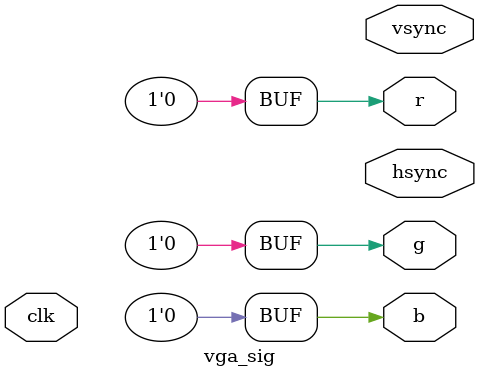
<source format=sv>
module vga_sig
  (
   clk,
   hsync,
   vsync,
   r,
   g,
   b
   );

parameter frontporch_h  = 16;
parameter sync_h        = 96;
parameter backporch_h   = 48;
parameter active_h      = 640;

parameter frontporch_v  = 10;
parameter sync_v        = 2;
parameter backporch_v   = 33;
parameter active_v      = 480;

   input logic clk;
   output logic hsync;
   output logic vsync;
   output logic r;
   output logic g;
   output logic b;




assign r = 0;
assign g = 0;
assign b = 0;

endmodule

</source>
